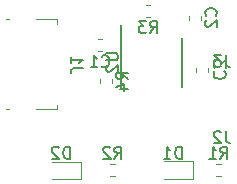
<source format=gbr>
G04 #@! TF.GenerationSoftware,KiCad,Pcbnew,5.1.6-c6e7f7d~87~ubuntu19.10.1*
G04 #@! TF.CreationDate,2020-11-04T01:00:01+01:00*
G04 #@! TF.ProjectId,board_attiny2313a,626f6172-645f-4617-9474-696e79323331,rev?*
G04 #@! TF.SameCoordinates,Original*
G04 #@! TF.FileFunction,Legend,Bot*
G04 #@! TF.FilePolarity,Positive*
%FSLAX46Y46*%
G04 Gerber Fmt 4.6, Leading zero omitted, Abs format (unit mm)*
G04 Created by KiCad (PCBNEW 5.1.6-c6e7f7d~87~ubuntu19.10.1) date 2020-11-04 01:00:01*
%MOMM*%
%LPD*%
G01*
G04 APERTURE LIST*
%ADD10C,0.120000*%
%ADD11C,0.150000*%
G04 APERTURE END LIST*
D10*
X82269600Y-42249667D02*
X82269600Y-41907133D01*
X83289600Y-42249667D02*
X83289600Y-41907133D01*
D11*
X81704600Y-43797400D02*
X81704600Y-47947400D01*
X76554600Y-42697400D02*
X76554600Y-47947400D01*
D10*
X74583333Y-44913400D02*
X74925867Y-44913400D01*
X74583333Y-43893400D02*
X74925867Y-43893400D01*
X82919600Y-46649667D02*
X82919600Y-46307133D01*
X83939600Y-46649667D02*
X83939600Y-46307133D01*
X80154600Y-54262400D02*
X82614600Y-54262400D01*
X82614600Y-54262400D02*
X82614600Y-55732400D01*
X82614600Y-55732400D02*
X80154600Y-55732400D01*
X73139600Y-55738400D02*
X70679600Y-55738400D01*
X73139600Y-54268400D02*
X73139600Y-55738400D01*
X70679600Y-54268400D02*
X73139600Y-54268400D01*
X71153600Y-42238400D02*
X71153600Y-42618400D01*
X67103600Y-42238400D02*
X66843600Y-42238400D01*
X71153600Y-42238400D02*
X69383600Y-42238400D01*
X71153600Y-49858400D02*
X71153600Y-49478400D01*
X69383600Y-49858400D02*
X71153600Y-49858400D01*
X66843600Y-49858400D02*
X67103600Y-49858400D01*
X84975867Y-55507400D02*
X84633333Y-55507400D01*
X84975867Y-54487400D02*
X84633333Y-54487400D01*
X76000867Y-54493400D02*
X75658333Y-54493400D01*
X76000867Y-55513400D02*
X75658333Y-55513400D01*
X78683333Y-42013400D02*
X79025867Y-42013400D01*
X78683333Y-40993400D02*
X79025867Y-40993400D01*
X74769600Y-47649667D02*
X74769600Y-47307133D01*
X75789600Y-47649667D02*
X75789600Y-47307133D01*
D11*
X85412933Y-45245780D02*
X85412933Y-45960066D01*
X85460552Y-46102923D01*
X85555790Y-46198161D01*
X85698647Y-46245780D01*
X85793885Y-46245780D01*
X85031980Y-45245780D02*
X84412933Y-45245780D01*
X84746266Y-45626733D01*
X84603409Y-45626733D01*
X84508171Y-45674352D01*
X84460552Y-45721971D01*
X84412933Y-45817209D01*
X84412933Y-46055304D01*
X84460552Y-46150542D01*
X84508171Y-46198161D01*
X84603409Y-46245780D01*
X84889123Y-46245780D01*
X84984361Y-46198161D01*
X85031980Y-46150542D01*
X85412933Y-51695780D02*
X85412933Y-52410066D01*
X85460552Y-52552923D01*
X85555790Y-52648161D01*
X85698647Y-52695780D01*
X85793885Y-52695780D01*
X84984361Y-51791019D02*
X84936742Y-51743400D01*
X84841504Y-51695780D01*
X84603409Y-51695780D01*
X84508171Y-51743400D01*
X84460552Y-51791019D01*
X84412933Y-51886257D01*
X84412933Y-51981495D01*
X84460552Y-52124352D01*
X85031980Y-52695780D01*
X84412933Y-52695780D01*
X84566742Y-41911733D02*
X84614361Y-41864114D01*
X84661980Y-41721257D01*
X84661980Y-41626019D01*
X84614361Y-41483161D01*
X84519123Y-41387923D01*
X84423885Y-41340304D01*
X84233409Y-41292685D01*
X84090552Y-41292685D01*
X83900076Y-41340304D01*
X83804838Y-41387923D01*
X83709600Y-41483161D01*
X83661980Y-41626019D01*
X83661980Y-41721257D01*
X83709600Y-41864114D01*
X83757219Y-41911733D01*
X83757219Y-42292685D02*
X83709600Y-42340304D01*
X83661980Y-42435542D01*
X83661980Y-42673638D01*
X83709600Y-42768876D01*
X83757219Y-42816495D01*
X83852457Y-42864114D01*
X83947695Y-42864114D01*
X84090552Y-42816495D01*
X84661980Y-42245066D01*
X84661980Y-42864114D01*
X75281980Y-45110495D02*
X76091504Y-45110495D01*
X76186742Y-45158114D01*
X76234361Y-45205733D01*
X76281980Y-45300971D01*
X76281980Y-45491447D01*
X76234361Y-45586685D01*
X76186742Y-45634304D01*
X76091504Y-45681923D01*
X75281980Y-45681923D01*
X75377219Y-46110495D02*
X75329600Y-46158114D01*
X75281980Y-46253352D01*
X75281980Y-46491447D01*
X75329600Y-46586685D01*
X75377219Y-46634304D01*
X75472457Y-46681923D01*
X75567695Y-46681923D01*
X75710552Y-46634304D01*
X76281980Y-46062876D01*
X76281980Y-46681923D01*
X74921266Y-46190542D02*
X74968885Y-46238161D01*
X75111742Y-46285780D01*
X75206980Y-46285780D01*
X75349838Y-46238161D01*
X75445076Y-46142923D01*
X75492695Y-46047685D01*
X75540314Y-45857209D01*
X75540314Y-45714352D01*
X75492695Y-45523876D01*
X75445076Y-45428638D01*
X75349838Y-45333400D01*
X75206980Y-45285780D01*
X75111742Y-45285780D01*
X74968885Y-45333400D01*
X74921266Y-45381019D01*
X73968885Y-46285780D02*
X74540314Y-46285780D01*
X74254600Y-46285780D02*
X74254600Y-45285780D01*
X74349838Y-45428638D01*
X74445076Y-45523876D01*
X74540314Y-45571495D01*
X84502457Y-46645066D02*
X84454838Y-46692685D01*
X84407219Y-46835542D01*
X84407219Y-46930780D01*
X84454838Y-47073638D01*
X84550076Y-47168876D01*
X84645314Y-47216495D01*
X84835790Y-47264114D01*
X84978647Y-47264114D01*
X85169123Y-47216495D01*
X85264361Y-47168876D01*
X85359600Y-47073638D01*
X85407219Y-46930780D01*
X85407219Y-46835542D01*
X85359600Y-46692685D01*
X85311980Y-46645066D01*
X85407219Y-46311733D02*
X85407219Y-45692685D01*
X85026266Y-46026019D01*
X85026266Y-45883161D01*
X84978647Y-45787923D01*
X84931028Y-45740304D01*
X84835790Y-45692685D01*
X84597695Y-45692685D01*
X84502457Y-45740304D01*
X84454838Y-45787923D01*
X84407219Y-45883161D01*
X84407219Y-46168876D01*
X84454838Y-46264114D01*
X84502457Y-46311733D01*
X81692695Y-54019780D02*
X81692695Y-53019780D01*
X81454600Y-53019780D01*
X81311742Y-53067400D01*
X81216504Y-53162638D01*
X81168885Y-53257876D01*
X81121266Y-53448352D01*
X81121266Y-53591209D01*
X81168885Y-53781685D01*
X81216504Y-53876923D01*
X81311742Y-53972161D01*
X81454600Y-54019780D01*
X81692695Y-54019780D01*
X80168885Y-54019780D02*
X80740314Y-54019780D01*
X80454600Y-54019780D02*
X80454600Y-53019780D01*
X80549838Y-53162638D01*
X80645076Y-53257876D01*
X80740314Y-53305495D01*
X72217695Y-54025780D02*
X72217695Y-53025780D01*
X71979600Y-53025780D01*
X71836742Y-53073400D01*
X71741504Y-53168638D01*
X71693885Y-53263876D01*
X71646266Y-53454352D01*
X71646266Y-53597209D01*
X71693885Y-53787685D01*
X71741504Y-53882923D01*
X71836742Y-53978161D01*
X71979600Y-54025780D01*
X72217695Y-54025780D01*
X71265314Y-53121019D02*
X71217695Y-53073400D01*
X71122457Y-53025780D01*
X70884361Y-53025780D01*
X70789123Y-53073400D01*
X70741504Y-53121019D01*
X70693885Y-53216257D01*
X70693885Y-53311495D01*
X70741504Y-53454352D01*
X71312933Y-54025780D01*
X70693885Y-54025780D01*
X73291219Y-46381733D02*
X72576933Y-46381733D01*
X72434076Y-46429352D01*
X72338838Y-46524590D01*
X72291219Y-46667447D01*
X72291219Y-46762685D01*
X72291219Y-45381733D02*
X72291219Y-45953161D01*
X72291219Y-45667447D02*
X73291219Y-45667447D01*
X73148361Y-45762685D01*
X73053123Y-45857923D01*
X73005504Y-45953161D01*
X84971266Y-54019780D02*
X85304600Y-53543590D01*
X85542695Y-54019780D02*
X85542695Y-53019780D01*
X85161742Y-53019780D01*
X85066504Y-53067400D01*
X85018885Y-53115019D01*
X84971266Y-53210257D01*
X84971266Y-53353114D01*
X85018885Y-53448352D01*
X85066504Y-53495971D01*
X85161742Y-53543590D01*
X85542695Y-53543590D01*
X84018885Y-54019780D02*
X84590314Y-54019780D01*
X84304600Y-54019780D02*
X84304600Y-53019780D01*
X84399838Y-53162638D01*
X84495076Y-53257876D01*
X84590314Y-53305495D01*
X75996266Y-54025780D02*
X76329600Y-53549590D01*
X76567695Y-54025780D02*
X76567695Y-53025780D01*
X76186742Y-53025780D01*
X76091504Y-53073400D01*
X76043885Y-53121019D01*
X75996266Y-53216257D01*
X75996266Y-53359114D01*
X76043885Y-53454352D01*
X76091504Y-53501971D01*
X76186742Y-53549590D01*
X76567695Y-53549590D01*
X75615314Y-53121019D02*
X75567695Y-53073400D01*
X75472457Y-53025780D01*
X75234361Y-53025780D01*
X75139123Y-53073400D01*
X75091504Y-53121019D01*
X75043885Y-53216257D01*
X75043885Y-53311495D01*
X75091504Y-53454352D01*
X75662933Y-54025780D01*
X75043885Y-54025780D01*
X79021266Y-43385780D02*
X79354600Y-42909590D01*
X79592695Y-43385780D02*
X79592695Y-42385780D01*
X79211742Y-42385780D01*
X79116504Y-42433400D01*
X79068885Y-42481019D01*
X79021266Y-42576257D01*
X79021266Y-42719114D01*
X79068885Y-42814352D01*
X79116504Y-42861971D01*
X79211742Y-42909590D01*
X79592695Y-42909590D01*
X78687933Y-42385780D02*
X78068885Y-42385780D01*
X78402219Y-42766733D01*
X78259361Y-42766733D01*
X78164123Y-42814352D01*
X78116504Y-42861971D01*
X78068885Y-42957209D01*
X78068885Y-43195304D01*
X78116504Y-43290542D01*
X78164123Y-43338161D01*
X78259361Y-43385780D01*
X78545076Y-43385780D01*
X78640314Y-43338161D01*
X78687933Y-43290542D01*
X77161980Y-47311733D02*
X76685790Y-46978400D01*
X77161980Y-46740304D02*
X76161980Y-46740304D01*
X76161980Y-47121257D01*
X76209600Y-47216495D01*
X76257219Y-47264114D01*
X76352457Y-47311733D01*
X76495314Y-47311733D01*
X76590552Y-47264114D01*
X76638171Y-47216495D01*
X76685790Y-47121257D01*
X76685790Y-46740304D01*
X76495314Y-48168876D02*
X77161980Y-48168876D01*
X76114361Y-47930780D02*
X76828647Y-47692685D01*
X76828647Y-48311733D01*
M02*

</source>
